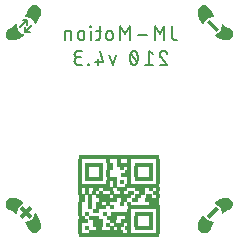
<source format=gbo>
G04 EAGLE Gerber X2 export*
%TF.Part,Single*%
%TF.FileFunction,Legend,Bot,1*%
%TF.FilePolarity,Positive*%
%TF.GenerationSoftware,Autodesk,EAGLE,9.6.2*%
%TF.CreationDate,2022-06-05T05:17:34Z*%
G75*
%MOMM*%
%FSLAX34Y34*%
%LPD*%
%INSilkscreen Bottom*%
%AMOC8*
5,1,8,0,0,1.08239X$1,22.5*%
G01*
%ADD10C,0.203200*%
%ADD11R,6.900000X0.300000*%
%ADD12R,0.300000X0.300000*%
%ADD13R,3.000000X0.300000*%
%ADD14R,0.600000X0.300000*%
%ADD15R,1.500000X0.300000*%
%ADD16R,0.900000X0.300000*%
%ADD17R,1.800000X0.300000*%
%ADD18R,2.700000X0.300000*%
%ADD19R,1.200000X0.300000*%
%ADD20C,0.200000*%

G36*
X70058Y28768D02*
X70058Y28768D01*
X70116Y28780D01*
X70128Y28788D01*
X70134Y28790D01*
X70141Y28798D01*
X70176Y28824D01*
X73176Y31824D01*
X73199Y31866D01*
X73217Y31886D01*
X73219Y31897D01*
X73238Y31927D01*
X73240Y31941D01*
X73243Y31946D01*
X73243Y31957D01*
X73249Y32000D01*
X73249Y36000D01*
X73247Y36009D01*
X73247Y36010D01*
X73247Y36012D01*
X73246Y36014D01*
X73242Y36060D01*
X72242Y40060D01*
X72241Y40061D01*
X72214Y40128D01*
X69214Y45128D01*
X69201Y45140D01*
X69195Y45155D01*
X69151Y45186D01*
X69111Y45223D01*
X69094Y45226D01*
X69081Y45236D01*
X69027Y45238D01*
X68974Y45248D01*
X68958Y45241D01*
X68941Y45242D01*
X68894Y45215D01*
X68844Y45195D01*
X68835Y45181D01*
X68820Y45172D01*
X68777Y45111D01*
X66795Y41148D01*
X64877Y39230D01*
X59951Y38244D01*
X59899Y38217D01*
X59844Y38195D01*
X59838Y38185D01*
X59827Y38180D01*
X59798Y38128D01*
X59764Y38080D01*
X59764Y38069D01*
X59758Y38058D01*
X59761Y37999D01*
X59758Y37941D01*
X59764Y37926D01*
X59764Y37919D01*
X59771Y37910D01*
X59786Y37872D01*
X62781Y32880D01*
X63777Y30889D01*
X63796Y30868D01*
X63807Y30843D01*
X63862Y30793D01*
X66862Y28793D01*
X66896Y28782D01*
X66927Y28762D01*
X66991Y28752D01*
X66995Y28751D01*
X66997Y28751D01*
X67000Y28751D01*
X70000Y28751D01*
X70058Y28768D01*
G37*
G36*
X51009Y191753D02*
X51009Y191753D01*
X51060Y191758D01*
X55060Y192758D01*
X55061Y192759D01*
X55128Y192786D01*
X60128Y195786D01*
X60140Y195799D01*
X60155Y195805D01*
X60186Y195849D01*
X60223Y195889D01*
X60226Y195906D01*
X60236Y195919D01*
X60238Y195973D01*
X60248Y196027D01*
X60241Y196042D01*
X60242Y196059D01*
X60215Y196106D01*
X60195Y196156D01*
X60181Y196165D01*
X60172Y196180D01*
X60111Y196223D01*
X56148Y198205D01*
X54230Y200123D01*
X53244Y205049D01*
X53217Y205101D01*
X53195Y205156D01*
X53185Y205162D01*
X53180Y205173D01*
X53128Y205202D01*
X53080Y205236D01*
X53069Y205237D01*
X53058Y205242D01*
X52999Y205240D01*
X52941Y205242D01*
X52926Y205236D01*
X52919Y205236D01*
X52910Y205230D01*
X52872Y205214D01*
X47880Y202219D01*
X45889Y201223D01*
X45868Y201204D01*
X45843Y201193D01*
X45793Y201138D01*
X43793Y198138D01*
X43782Y198104D01*
X43762Y198074D01*
X43752Y198009D01*
X43751Y198005D01*
X43751Y198003D01*
X43751Y198000D01*
X43751Y195000D01*
X43762Y194960D01*
X43762Y194958D01*
X43765Y194950D01*
X43768Y194942D01*
X43780Y194884D01*
X43788Y194872D01*
X43790Y194866D01*
X43798Y194859D01*
X43818Y194831D01*
X43819Y194830D01*
X43820Y194829D01*
X43824Y194824D01*
X46824Y191824D01*
X46876Y191795D01*
X46927Y191762D01*
X46941Y191760D01*
X46946Y191757D01*
X46957Y191757D01*
X47000Y191751D01*
X51000Y191751D01*
X51009Y191753D01*
G37*
G36*
X227001Y44761D02*
X227001Y44761D01*
X227060Y44758D01*
X227074Y44764D01*
X227081Y44764D01*
X227090Y44771D01*
X227128Y44786D01*
X232120Y47781D01*
X234111Y48777D01*
X234132Y48796D01*
X234157Y48807D01*
X234207Y48862D01*
X236207Y51862D01*
X236211Y51873D01*
X236212Y51874D01*
X236213Y51880D01*
X236218Y51896D01*
X236238Y51927D01*
X236248Y51991D01*
X236249Y51995D01*
X236249Y51997D01*
X236249Y52000D01*
X236249Y55000D01*
X236232Y55058D01*
X236220Y55116D01*
X236212Y55128D01*
X236210Y55134D01*
X236202Y55141D01*
X236176Y55176D01*
X233176Y58176D01*
X233124Y58205D01*
X233074Y58238D01*
X233059Y58240D01*
X233054Y58243D01*
X233043Y58243D01*
X233000Y58249D01*
X229000Y58249D01*
X228992Y58247D01*
X228940Y58242D01*
X224940Y57242D01*
X224939Y57241D01*
X224872Y57214D01*
X219872Y54214D01*
X219860Y54201D01*
X219845Y54195D01*
X219814Y54151D01*
X219777Y54111D01*
X219774Y54094D01*
X219764Y54081D01*
X219762Y54027D01*
X219752Y53974D01*
X219759Y53958D01*
X219758Y53941D01*
X219785Y53894D01*
X219805Y53844D01*
X219819Y53835D01*
X219828Y53820D01*
X219889Y53777D01*
X223852Y51795D01*
X225770Y49877D01*
X226756Y44951D01*
X226783Y44899D01*
X226805Y44844D01*
X226815Y44838D01*
X226820Y44827D01*
X226872Y44798D01*
X226920Y44764D01*
X226931Y44764D01*
X226942Y44758D01*
X227001Y44761D01*
G37*
G36*
X211042Y204759D02*
X211042Y204759D01*
X211059Y204758D01*
X211106Y204785D01*
X211156Y204805D01*
X211165Y204819D01*
X211180Y204828D01*
X211223Y204889D01*
X213205Y208852D01*
X215123Y210770D01*
X220049Y211756D01*
X220101Y211783D01*
X220156Y211805D01*
X220162Y211815D01*
X220173Y211820D01*
X220202Y211872D01*
X220236Y211920D01*
X220237Y211931D01*
X220242Y211942D01*
X220240Y212001D01*
X220242Y212060D01*
X220236Y212074D01*
X220236Y212081D01*
X220230Y212090D01*
X220214Y212128D01*
X217219Y217120D01*
X216223Y219111D01*
X216204Y219132D01*
X216193Y219157D01*
X216138Y219207D01*
X213138Y221207D01*
X213104Y221218D01*
X213074Y221238D01*
X213009Y221248D01*
X213005Y221249D01*
X213003Y221249D01*
X213000Y221249D01*
X210000Y221249D01*
X209942Y221232D01*
X209884Y221220D01*
X209872Y221212D01*
X209866Y221210D01*
X209859Y221202D01*
X209824Y221176D01*
X206824Y218176D01*
X206795Y218124D01*
X206762Y218074D01*
X206760Y218059D01*
X206757Y218054D01*
X206757Y218043D01*
X206751Y218000D01*
X206751Y214000D01*
X206753Y213992D01*
X206758Y213940D01*
X207758Y209940D01*
X207759Y209939D01*
X207786Y209872D01*
X210786Y204872D01*
X210799Y204860D01*
X210805Y204845D01*
X210849Y204814D01*
X210889Y204777D01*
X210906Y204774D01*
X210919Y204764D01*
X210973Y204762D01*
X211027Y204752D01*
X211042Y204759D01*
G37*
G36*
X233058Y191768D02*
X233058Y191768D01*
X233116Y191780D01*
X233128Y191788D01*
X233134Y191790D01*
X233141Y191798D01*
X233176Y191824D01*
X236176Y194824D01*
X236199Y194866D01*
X236217Y194886D01*
X236219Y194897D01*
X236238Y194927D01*
X236240Y194941D01*
X236243Y194946D01*
X236243Y194957D01*
X236249Y195000D01*
X236249Y199000D01*
X236247Y199009D01*
X236247Y199012D01*
X236243Y199021D01*
X236232Y199058D01*
X236220Y199116D01*
X236212Y199128D01*
X236210Y199134D01*
X236202Y199141D01*
X236176Y199176D01*
X233176Y202176D01*
X233158Y202186D01*
X233145Y202203D01*
X233079Y202236D01*
X230110Y203226D01*
X227138Y205207D01*
X227077Y205227D01*
X227016Y205249D01*
X227010Y205248D01*
X227005Y205249D01*
X226943Y205232D01*
X226879Y205218D01*
X226875Y205214D01*
X226870Y205213D01*
X226827Y205165D01*
X226781Y205119D01*
X226778Y205112D01*
X226776Y205109D01*
X226775Y205102D01*
X226756Y205049D01*
X225770Y200123D01*
X223841Y198194D01*
X220862Y196207D01*
X220820Y196157D01*
X220776Y196109D01*
X220775Y196104D01*
X220772Y196100D01*
X220763Y196036D01*
X220752Y195971D01*
X220754Y195967D01*
X220754Y195962D01*
X220781Y195903D01*
X220807Y195843D01*
X220812Y195838D01*
X220813Y195835D01*
X220819Y195831D01*
X220862Y195793D01*
X223862Y193793D01*
X223870Y193790D01*
X223889Y193777D01*
X227889Y191777D01*
X227909Y191773D01*
X227927Y191762D01*
X228000Y191751D01*
X233000Y191751D01*
X233058Y191768D01*
G37*
G36*
X214058Y28768D02*
X214058Y28768D01*
X214116Y28780D01*
X214128Y28788D01*
X214134Y28790D01*
X214141Y28798D01*
X214176Y28824D01*
X217176Y31824D01*
X217186Y31842D01*
X217203Y31855D01*
X217236Y31921D01*
X218226Y34890D01*
X220207Y37862D01*
X220227Y37923D01*
X220249Y37984D01*
X220248Y37990D01*
X220249Y37995D01*
X220232Y38057D01*
X220218Y38121D01*
X220214Y38125D01*
X220213Y38130D01*
X220165Y38173D01*
X220119Y38219D01*
X220112Y38222D01*
X220109Y38224D01*
X220102Y38225D01*
X220049Y38244D01*
X215123Y39230D01*
X213194Y41159D01*
X211207Y44138D01*
X211157Y44180D01*
X211109Y44224D01*
X211104Y44225D01*
X211100Y44228D01*
X211036Y44237D01*
X210971Y44248D01*
X210967Y44246D01*
X210962Y44246D01*
X210903Y44219D01*
X210843Y44193D01*
X210838Y44188D01*
X210835Y44187D01*
X210831Y44181D01*
X210793Y44138D01*
X208793Y41138D01*
X208790Y41130D01*
X208777Y41111D01*
X206777Y37111D01*
X206773Y37091D01*
X206762Y37074D01*
X206751Y37000D01*
X206751Y32000D01*
X206762Y31960D01*
X206762Y31958D01*
X206765Y31950D01*
X206768Y31942D01*
X206780Y31884D01*
X206788Y31872D01*
X206790Y31866D01*
X206798Y31859D01*
X206818Y31831D01*
X206819Y31830D01*
X206820Y31829D01*
X206824Y31824D01*
X209824Y28824D01*
X209876Y28795D01*
X209927Y28762D01*
X209941Y28760D01*
X209946Y28757D01*
X209957Y28757D01*
X210000Y28751D01*
X214000Y28751D01*
X214058Y28768D01*
G37*
G36*
X53057Y44768D02*
X53057Y44768D01*
X53121Y44782D01*
X53125Y44786D01*
X53130Y44787D01*
X53173Y44835D01*
X53219Y44881D01*
X53222Y44888D01*
X53224Y44891D01*
X53225Y44899D01*
X53244Y44951D01*
X54230Y49877D01*
X56159Y51806D01*
X59138Y53793D01*
X59180Y53843D01*
X59224Y53891D01*
X59225Y53896D01*
X59228Y53900D01*
X59237Y53964D01*
X59248Y54029D01*
X59246Y54033D01*
X59246Y54038D01*
X59219Y54097D01*
X59193Y54157D01*
X59188Y54162D01*
X59187Y54165D01*
X59181Y54169D01*
X59138Y54207D01*
X56138Y56207D01*
X56130Y56210D01*
X56111Y56223D01*
X52111Y58223D01*
X52091Y58227D01*
X52074Y58238D01*
X52000Y58249D01*
X47000Y58249D01*
X46942Y58232D01*
X46884Y58220D01*
X46872Y58212D01*
X46866Y58210D01*
X46859Y58202D01*
X46824Y58176D01*
X43824Y55176D01*
X43795Y55124D01*
X43762Y55074D01*
X43760Y55059D01*
X43757Y55054D01*
X43757Y55043D01*
X43751Y55000D01*
X43751Y51000D01*
X43768Y50942D01*
X43780Y50884D01*
X43788Y50872D01*
X43790Y50866D01*
X43798Y50859D01*
X43824Y50824D01*
X46824Y47824D01*
X46842Y47814D01*
X46855Y47797D01*
X46921Y47764D01*
X49890Y46774D01*
X52862Y44793D01*
X52923Y44773D01*
X52984Y44751D01*
X52990Y44752D01*
X52995Y44751D01*
X53057Y44768D01*
G37*
G36*
X69033Y205754D02*
X69033Y205754D01*
X69038Y205754D01*
X69097Y205781D01*
X69157Y205807D01*
X69162Y205812D01*
X69165Y205813D01*
X69169Y205819D01*
X69207Y205862D01*
X71207Y208862D01*
X71210Y208870D01*
X71223Y208889D01*
X73223Y212889D01*
X73227Y212909D01*
X73238Y212927D01*
X73249Y213000D01*
X73249Y218000D01*
X73232Y218058D01*
X73220Y218116D01*
X73212Y218128D01*
X73210Y218134D01*
X73202Y218141D01*
X73176Y218176D01*
X70176Y221176D01*
X70124Y221205D01*
X70074Y221238D01*
X70059Y221240D01*
X70054Y221243D01*
X70043Y221243D01*
X70000Y221249D01*
X66000Y221249D01*
X65942Y221232D01*
X65884Y221220D01*
X65872Y221212D01*
X65866Y221210D01*
X65859Y221202D01*
X65824Y221176D01*
X62824Y218176D01*
X62814Y218158D01*
X62797Y218145D01*
X62764Y218079D01*
X61774Y215110D01*
X59793Y212138D01*
X59773Y212077D01*
X59751Y212016D01*
X59752Y212010D01*
X59751Y212005D01*
X59768Y211943D01*
X59782Y211879D01*
X59786Y211875D01*
X59787Y211870D01*
X59835Y211827D01*
X59881Y211781D01*
X59888Y211778D01*
X59891Y211776D01*
X59899Y211775D01*
X59951Y211756D01*
X64877Y210770D01*
X66806Y208841D01*
X68793Y205862D01*
X68843Y205820D01*
X68891Y205776D01*
X68896Y205775D01*
X68900Y205772D01*
X68964Y205763D01*
X69029Y205752D01*
X69033Y205754D01*
G37*
G36*
X64032Y40762D02*
X64032Y40762D01*
X64086Y40766D01*
X64100Y40776D01*
X64116Y40780D01*
X64176Y40824D01*
X66176Y42824D01*
X66185Y42839D01*
X66198Y42849D01*
X66209Y42876D01*
X66220Y42889D01*
X66223Y42909D01*
X66243Y42946D01*
X66242Y42963D01*
X66248Y42979D01*
X66240Y43021D01*
X66241Y43027D01*
X66237Y43036D01*
X66234Y43086D01*
X66224Y43100D01*
X66220Y43116D01*
X66176Y43176D01*
X63353Y46000D01*
X66176Y48824D01*
X66185Y48839D01*
X66198Y48849D01*
X66218Y48899D01*
X66243Y48946D01*
X66242Y48963D01*
X66248Y48979D01*
X66238Y49032D01*
X66234Y49086D01*
X66224Y49100D01*
X66220Y49116D01*
X66176Y49176D01*
X64176Y51176D01*
X64161Y51185D01*
X64151Y51198D01*
X64101Y51218D01*
X64054Y51243D01*
X64037Y51242D01*
X64021Y51248D01*
X63968Y51238D01*
X63914Y51234D01*
X63900Y51224D01*
X63884Y51220D01*
X63824Y51176D01*
X61000Y48353D01*
X58176Y51176D01*
X58161Y51185D01*
X58151Y51198D01*
X58101Y51218D01*
X58054Y51243D01*
X58037Y51242D01*
X58021Y51248D01*
X57968Y51238D01*
X57914Y51234D01*
X57900Y51224D01*
X57884Y51220D01*
X57824Y51176D01*
X55824Y49176D01*
X55815Y49161D01*
X55802Y49151D01*
X55782Y49101D01*
X55757Y49054D01*
X55758Y49037D01*
X55752Y49021D01*
X55762Y48968D01*
X55766Y48914D01*
X55776Y48900D01*
X55780Y48884D01*
X55824Y48824D01*
X58648Y46000D01*
X55824Y43176D01*
X55815Y43161D01*
X55802Y43151D01*
X55783Y43103D01*
X55780Y43099D01*
X55779Y43095D01*
X55757Y43054D01*
X55758Y43037D01*
X55752Y43021D01*
X55761Y42974D01*
X55759Y42961D01*
X55764Y42950D01*
X55766Y42914D01*
X55776Y42900D01*
X55780Y42884D01*
X55814Y42837D01*
X55816Y42833D01*
X55818Y42831D01*
X55824Y42824D01*
X57824Y40824D01*
X57839Y40815D01*
X57849Y40802D01*
X57899Y40782D01*
X57946Y40757D01*
X57963Y40758D01*
X57979Y40752D01*
X58032Y40762D01*
X58086Y40766D01*
X58100Y40776D01*
X58116Y40780D01*
X58176Y40824D01*
X61000Y43648D01*
X63824Y40824D01*
X63839Y40815D01*
X63849Y40802D01*
X63899Y40782D01*
X63946Y40757D01*
X63963Y40758D01*
X63979Y40752D01*
X64032Y40762D01*
G37*
G36*
X222032Y198762D02*
X222032Y198762D01*
X222086Y198766D01*
X222100Y198776D01*
X222116Y198780D01*
X222176Y198824D01*
X224176Y200824D01*
X224185Y200839D01*
X224198Y200849D01*
X224209Y200876D01*
X224220Y200889D01*
X224223Y200909D01*
X224243Y200946D01*
X224242Y200963D01*
X224248Y200979D01*
X224240Y201021D01*
X224241Y201027D01*
X224237Y201036D01*
X224234Y201086D01*
X224224Y201100D01*
X224220Y201116D01*
X224176Y201176D01*
X216176Y209176D01*
X216161Y209185D01*
X216151Y209198D01*
X216101Y209218D01*
X216054Y209243D01*
X216037Y209242D01*
X216021Y209248D01*
X215968Y209238D01*
X215914Y209234D01*
X215900Y209224D01*
X215884Y209220D01*
X215824Y209176D01*
X213824Y207176D01*
X213815Y207161D01*
X213802Y207151D01*
X213782Y207101D01*
X213757Y207054D01*
X213758Y207037D01*
X213752Y207021D01*
X213762Y206968D01*
X213766Y206914D01*
X213776Y206900D01*
X213780Y206884D01*
X213824Y206824D01*
X221824Y198824D01*
X221839Y198815D01*
X221849Y198802D01*
X221899Y198782D01*
X221946Y198757D01*
X221963Y198758D01*
X221979Y198752D01*
X222032Y198762D01*
G37*
G36*
X216032Y40762D02*
X216032Y40762D01*
X216086Y40766D01*
X216100Y40776D01*
X216116Y40780D01*
X216176Y40824D01*
X224176Y48824D01*
X224185Y48839D01*
X224198Y48849D01*
X224218Y48899D01*
X224243Y48946D01*
X224242Y48963D01*
X224248Y48979D01*
X224238Y49032D01*
X224234Y49086D01*
X224224Y49100D01*
X224220Y49116D01*
X224176Y49176D01*
X222176Y51176D01*
X222161Y51185D01*
X222151Y51198D01*
X222101Y51218D01*
X222054Y51243D01*
X222037Y51242D01*
X222021Y51248D01*
X221968Y51238D01*
X221914Y51234D01*
X221900Y51224D01*
X221884Y51220D01*
X221824Y51176D01*
X213824Y43176D01*
X213815Y43161D01*
X213802Y43151D01*
X213783Y43103D01*
X213780Y43099D01*
X213779Y43095D01*
X213757Y43054D01*
X213758Y43037D01*
X213752Y43021D01*
X213761Y42974D01*
X213759Y42961D01*
X213764Y42950D01*
X213766Y42914D01*
X213776Y42900D01*
X213780Y42884D01*
X213814Y42837D01*
X213816Y42833D01*
X213818Y42831D01*
X213824Y42824D01*
X215824Y40824D01*
X215839Y40815D01*
X215849Y40802D01*
X215899Y40782D01*
X215946Y40757D01*
X215963Y40758D01*
X215979Y40752D01*
X216032Y40762D01*
G37*
D10*
X184892Y203833D02*
X184892Y194547D01*
X184894Y194445D01*
X184900Y194344D01*
X184910Y194243D01*
X184923Y194142D01*
X184941Y194042D01*
X184962Y193943D01*
X184987Y193844D01*
X185016Y193747D01*
X185048Y193650D01*
X185084Y193555D01*
X185124Y193462D01*
X185167Y193370D01*
X185214Y193280D01*
X185265Y193191D01*
X185318Y193105D01*
X185375Y193021D01*
X185435Y192939D01*
X185498Y192859D01*
X185564Y192782D01*
X185633Y192707D01*
X185705Y192635D01*
X185780Y192566D01*
X185857Y192500D01*
X185937Y192437D01*
X186019Y192377D01*
X186103Y192320D01*
X186189Y192267D01*
X186278Y192216D01*
X186368Y192169D01*
X186460Y192126D01*
X186553Y192086D01*
X186648Y192050D01*
X186745Y192018D01*
X186842Y191989D01*
X186941Y191964D01*
X187040Y191943D01*
X187140Y191925D01*
X187241Y191912D01*
X187342Y191902D01*
X187443Y191896D01*
X187545Y191894D01*
X187545Y191895D02*
X188871Y191895D01*
X178010Y191895D02*
X178010Y203833D01*
X174031Y197200D01*
X170051Y203833D01*
X170051Y191895D01*
X163342Y196537D02*
X155383Y196537D01*
X148673Y191895D02*
X148673Y203833D01*
X144694Y197200D01*
X140715Y203833D01*
X140715Y191895D01*
X134355Y194547D02*
X134355Y197200D01*
X134353Y197302D01*
X134347Y197403D01*
X134337Y197504D01*
X134324Y197605D01*
X134306Y197705D01*
X134285Y197804D01*
X134260Y197903D01*
X134231Y198000D01*
X134199Y198097D01*
X134163Y198192D01*
X134123Y198285D01*
X134080Y198377D01*
X134033Y198467D01*
X133982Y198556D01*
X133929Y198642D01*
X133872Y198726D01*
X133812Y198808D01*
X133749Y198888D01*
X133683Y198965D01*
X133614Y199040D01*
X133542Y199112D01*
X133467Y199181D01*
X133390Y199247D01*
X133310Y199310D01*
X133228Y199370D01*
X133144Y199427D01*
X133058Y199480D01*
X132969Y199531D01*
X132879Y199578D01*
X132787Y199621D01*
X132694Y199661D01*
X132599Y199697D01*
X132502Y199729D01*
X132405Y199758D01*
X132306Y199783D01*
X132207Y199804D01*
X132107Y199822D01*
X132006Y199835D01*
X131905Y199845D01*
X131804Y199851D01*
X131702Y199853D01*
X131600Y199851D01*
X131499Y199845D01*
X131398Y199835D01*
X131297Y199822D01*
X131197Y199804D01*
X131098Y199783D01*
X130999Y199758D01*
X130902Y199729D01*
X130805Y199697D01*
X130710Y199661D01*
X130617Y199621D01*
X130525Y199578D01*
X130435Y199531D01*
X130346Y199480D01*
X130260Y199427D01*
X130176Y199370D01*
X130094Y199310D01*
X130014Y199247D01*
X129937Y199181D01*
X129862Y199112D01*
X129790Y199040D01*
X129721Y198965D01*
X129655Y198888D01*
X129592Y198808D01*
X129532Y198726D01*
X129475Y198642D01*
X129422Y198556D01*
X129371Y198467D01*
X129324Y198377D01*
X129281Y198285D01*
X129241Y198192D01*
X129205Y198097D01*
X129173Y198000D01*
X129144Y197903D01*
X129119Y197804D01*
X129098Y197705D01*
X129080Y197605D01*
X129067Y197504D01*
X129057Y197403D01*
X129051Y197302D01*
X129049Y197200D01*
X129049Y194547D01*
X129051Y194445D01*
X129057Y194344D01*
X129067Y194243D01*
X129080Y194142D01*
X129098Y194042D01*
X129119Y193943D01*
X129144Y193844D01*
X129173Y193747D01*
X129205Y193650D01*
X129241Y193555D01*
X129281Y193462D01*
X129324Y193370D01*
X129371Y193280D01*
X129422Y193191D01*
X129475Y193105D01*
X129532Y193021D01*
X129592Y192939D01*
X129655Y192859D01*
X129721Y192782D01*
X129790Y192707D01*
X129862Y192635D01*
X129937Y192566D01*
X130014Y192500D01*
X130094Y192437D01*
X130176Y192377D01*
X130260Y192320D01*
X130346Y192267D01*
X130435Y192216D01*
X130525Y192169D01*
X130617Y192126D01*
X130710Y192086D01*
X130805Y192050D01*
X130902Y192018D01*
X130999Y191989D01*
X131098Y191964D01*
X131197Y191943D01*
X131297Y191925D01*
X131398Y191912D01*
X131499Y191902D01*
X131600Y191896D01*
X131702Y191894D01*
X131804Y191896D01*
X131905Y191902D01*
X132006Y191912D01*
X132107Y191925D01*
X132207Y191943D01*
X132306Y191964D01*
X132405Y191989D01*
X132502Y192018D01*
X132599Y192050D01*
X132694Y192086D01*
X132787Y192126D01*
X132879Y192169D01*
X132969Y192216D01*
X133058Y192267D01*
X133144Y192320D01*
X133228Y192377D01*
X133310Y192437D01*
X133390Y192500D01*
X133467Y192566D01*
X133542Y192635D01*
X133614Y192707D01*
X133683Y192782D01*
X133749Y192859D01*
X133812Y192939D01*
X133872Y193021D01*
X133929Y193105D01*
X133982Y193191D01*
X134033Y193280D01*
X134080Y193370D01*
X134123Y193462D01*
X134163Y193555D01*
X134199Y193650D01*
X134231Y193747D01*
X134260Y193844D01*
X134285Y193943D01*
X134306Y194042D01*
X134324Y194142D01*
X134337Y194243D01*
X134347Y194344D01*
X134353Y194445D01*
X134355Y194547D01*
X124615Y199853D02*
X120635Y199853D01*
X123288Y203833D02*
X123288Y193884D01*
X123286Y193797D01*
X123280Y193711D01*
X123271Y193624D01*
X123258Y193538D01*
X123241Y193453D01*
X123220Y193369D01*
X123196Y193286D01*
X123168Y193203D01*
X123137Y193122D01*
X123102Y193043D01*
X123063Y192965D01*
X123021Y192889D01*
X122976Y192815D01*
X122928Y192743D01*
X122877Y192673D01*
X122822Y192605D01*
X122765Y192540D01*
X122705Y192477D01*
X122642Y192417D01*
X122577Y192360D01*
X122509Y192305D01*
X122439Y192254D01*
X122367Y192206D01*
X122293Y192161D01*
X122217Y192119D01*
X122139Y192080D01*
X122060Y192045D01*
X121979Y192014D01*
X121896Y191986D01*
X121813Y191962D01*
X121729Y191941D01*
X121644Y191924D01*
X121558Y191911D01*
X121471Y191902D01*
X121385Y191896D01*
X121298Y191894D01*
X121298Y191895D02*
X120635Y191895D01*
X115776Y191895D02*
X115776Y199853D01*
X116108Y203169D02*
X116108Y203833D01*
X115445Y203833D01*
X115445Y203169D01*
X116108Y203169D01*
X110466Y197200D02*
X110466Y194547D01*
X110466Y197200D02*
X110464Y197302D01*
X110458Y197403D01*
X110448Y197504D01*
X110435Y197605D01*
X110417Y197705D01*
X110396Y197804D01*
X110371Y197903D01*
X110342Y198000D01*
X110310Y198097D01*
X110274Y198192D01*
X110234Y198285D01*
X110191Y198377D01*
X110144Y198467D01*
X110093Y198556D01*
X110040Y198642D01*
X109983Y198726D01*
X109923Y198808D01*
X109860Y198888D01*
X109794Y198965D01*
X109725Y199040D01*
X109653Y199112D01*
X109578Y199181D01*
X109501Y199247D01*
X109421Y199310D01*
X109339Y199370D01*
X109255Y199427D01*
X109169Y199480D01*
X109080Y199531D01*
X108990Y199578D01*
X108898Y199621D01*
X108805Y199661D01*
X108710Y199697D01*
X108613Y199729D01*
X108516Y199758D01*
X108417Y199783D01*
X108318Y199804D01*
X108218Y199822D01*
X108117Y199835D01*
X108016Y199845D01*
X107915Y199851D01*
X107813Y199853D01*
X107711Y199851D01*
X107610Y199845D01*
X107509Y199835D01*
X107408Y199822D01*
X107308Y199804D01*
X107209Y199783D01*
X107110Y199758D01*
X107013Y199729D01*
X106916Y199697D01*
X106821Y199661D01*
X106728Y199621D01*
X106636Y199578D01*
X106546Y199531D01*
X106457Y199480D01*
X106371Y199427D01*
X106287Y199370D01*
X106205Y199310D01*
X106125Y199247D01*
X106048Y199181D01*
X105973Y199112D01*
X105901Y199040D01*
X105832Y198965D01*
X105766Y198888D01*
X105703Y198808D01*
X105643Y198726D01*
X105586Y198642D01*
X105533Y198556D01*
X105482Y198467D01*
X105435Y198377D01*
X105392Y198285D01*
X105352Y198192D01*
X105316Y198097D01*
X105284Y198000D01*
X105255Y197903D01*
X105230Y197804D01*
X105209Y197705D01*
X105191Y197605D01*
X105178Y197504D01*
X105168Y197403D01*
X105162Y197302D01*
X105160Y197200D01*
X105160Y194547D01*
X105162Y194445D01*
X105168Y194344D01*
X105178Y194243D01*
X105191Y194142D01*
X105209Y194042D01*
X105230Y193943D01*
X105255Y193844D01*
X105284Y193747D01*
X105316Y193650D01*
X105352Y193555D01*
X105392Y193462D01*
X105435Y193370D01*
X105482Y193280D01*
X105533Y193191D01*
X105586Y193105D01*
X105643Y193021D01*
X105703Y192939D01*
X105766Y192859D01*
X105832Y192782D01*
X105901Y192707D01*
X105973Y192635D01*
X106048Y192566D01*
X106125Y192500D01*
X106205Y192437D01*
X106287Y192377D01*
X106371Y192320D01*
X106457Y192267D01*
X106546Y192216D01*
X106636Y192169D01*
X106728Y192126D01*
X106821Y192086D01*
X106916Y192050D01*
X107013Y192018D01*
X107110Y191989D01*
X107209Y191964D01*
X107308Y191943D01*
X107408Y191925D01*
X107509Y191912D01*
X107610Y191902D01*
X107711Y191896D01*
X107813Y191894D01*
X107915Y191896D01*
X108016Y191902D01*
X108117Y191912D01*
X108218Y191925D01*
X108318Y191943D01*
X108417Y191964D01*
X108516Y191989D01*
X108613Y192018D01*
X108710Y192050D01*
X108805Y192086D01*
X108898Y192126D01*
X108990Y192169D01*
X109080Y192216D01*
X109169Y192267D01*
X109255Y192320D01*
X109339Y192377D01*
X109421Y192437D01*
X109501Y192500D01*
X109578Y192566D01*
X109653Y192635D01*
X109725Y192707D01*
X109794Y192782D01*
X109860Y192859D01*
X109923Y192939D01*
X109983Y193021D01*
X110040Y193105D01*
X110093Y193191D01*
X110144Y193280D01*
X110191Y193370D01*
X110234Y193462D01*
X110274Y193555D01*
X110310Y193650D01*
X110342Y193747D01*
X110371Y193844D01*
X110396Y193943D01*
X110417Y194042D01*
X110435Y194142D01*
X110448Y194243D01*
X110458Y194344D01*
X110464Y194445D01*
X110466Y194547D01*
X99150Y191895D02*
X99150Y199853D01*
X95834Y199853D01*
X95747Y199851D01*
X95661Y199845D01*
X95574Y199836D01*
X95488Y199823D01*
X95403Y199806D01*
X95319Y199785D01*
X95236Y199761D01*
X95153Y199733D01*
X95072Y199702D01*
X94993Y199667D01*
X94915Y199628D01*
X94839Y199586D01*
X94765Y199541D01*
X94693Y199493D01*
X94623Y199442D01*
X94555Y199387D01*
X94490Y199330D01*
X94427Y199270D01*
X94367Y199207D01*
X94310Y199142D01*
X94255Y199074D01*
X94204Y199004D01*
X94156Y198932D01*
X94111Y198858D01*
X94069Y198782D01*
X94030Y198704D01*
X93995Y198625D01*
X93964Y198544D01*
X93936Y198461D01*
X93912Y198378D01*
X93891Y198294D01*
X93874Y198209D01*
X93861Y198123D01*
X93852Y198036D01*
X93846Y197950D01*
X93844Y197863D01*
X93845Y197864D02*
X93845Y191895D01*
X174084Y179893D02*
X174086Y180000D01*
X174092Y180106D01*
X174101Y180212D01*
X174114Y180318D01*
X174131Y180423D01*
X174152Y180528D01*
X174177Y180631D01*
X174205Y180734D01*
X174237Y180836D01*
X174272Y180936D01*
X174311Y181035D01*
X174354Y181133D01*
X174400Y181229D01*
X174449Y181324D01*
X174502Y181416D01*
X174558Y181507D01*
X174617Y181595D01*
X174679Y181682D01*
X174745Y181766D01*
X174813Y181848D01*
X174884Y181927D01*
X174958Y182004D01*
X175035Y182078D01*
X175114Y182149D01*
X175196Y182217D01*
X175280Y182283D01*
X175367Y182345D01*
X175455Y182404D01*
X175546Y182460D01*
X175638Y182513D01*
X175733Y182562D01*
X175829Y182608D01*
X175927Y182651D01*
X176026Y182690D01*
X176126Y182725D01*
X176228Y182757D01*
X176331Y182785D01*
X176434Y182810D01*
X176539Y182831D01*
X176644Y182848D01*
X176750Y182861D01*
X176856Y182870D01*
X176962Y182876D01*
X177069Y182878D01*
X177069Y182877D02*
X177190Y182875D01*
X177310Y182869D01*
X177430Y182860D01*
X177550Y182847D01*
X177669Y182830D01*
X177788Y182809D01*
X177906Y182785D01*
X178023Y182756D01*
X178139Y182725D01*
X178255Y182689D01*
X178369Y182650D01*
X178481Y182607D01*
X178593Y182561D01*
X178703Y182512D01*
X178811Y182458D01*
X178917Y182402D01*
X179022Y182342D01*
X179125Y182279D01*
X179225Y182213D01*
X179324Y182144D01*
X179420Y182071D01*
X179514Y181996D01*
X179606Y181918D01*
X179695Y181836D01*
X179782Y181752D01*
X179866Y181666D01*
X179947Y181577D01*
X180025Y181485D01*
X180100Y181391D01*
X180172Y181294D01*
X180242Y181196D01*
X180308Y181095D01*
X180371Y180992D01*
X180430Y180887D01*
X180487Y180781D01*
X180540Y180672D01*
X180589Y180563D01*
X180635Y180451D01*
X180678Y180338D01*
X180716Y180224D01*
X175079Y177571D02*
X174999Y177651D01*
X174921Y177733D01*
X174847Y177817D01*
X174775Y177905D01*
X174707Y177995D01*
X174641Y178087D01*
X174579Y178181D01*
X174521Y178277D01*
X174466Y178376D01*
X174414Y178476D01*
X174366Y178578D01*
X174321Y178682D01*
X174281Y178787D01*
X174244Y178894D01*
X174210Y179002D01*
X174181Y179111D01*
X174155Y179221D01*
X174134Y179332D01*
X174116Y179443D01*
X174102Y179555D01*
X174092Y179667D01*
X174086Y179780D01*
X174084Y179893D01*
X175079Y177572D02*
X180717Y170940D01*
X174084Y170940D01*
X168144Y180225D02*
X164828Y182878D01*
X164828Y170940D01*
X168144Y170940D02*
X161511Y170940D01*
X155571Y176909D02*
X155568Y177144D01*
X155560Y177379D01*
X155546Y177613D01*
X155526Y177847D01*
X155501Y178081D01*
X155470Y178313D01*
X155434Y178545D01*
X155392Y178777D01*
X155345Y179007D01*
X155292Y179235D01*
X155234Y179463D01*
X155170Y179689D01*
X155101Y179913D01*
X155027Y180136D01*
X154947Y180357D01*
X154862Y180576D01*
X154772Y180793D01*
X154677Y181008D01*
X154576Y181220D01*
X154543Y181312D01*
X154505Y181403D01*
X154464Y181492D01*
X154420Y181580D01*
X154372Y181665D01*
X154321Y181749D01*
X154266Y181831D01*
X154208Y181910D01*
X154147Y181987D01*
X154083Y182061D01*
X154016Y182133D01*
X153946Y182202D01*
X153874Y182268D01*
X153799Y182332D01*
X153721Y182392D01*
X153641Y182449D01*
X153559Y182503D01*
X153475Y182553D01*
X153389Y182600D01*
X153301Y182644D01*
X153211Y182684D01*
X153120Y182721D01*
X153027Y182753D01*
X152933Y182782D01*
X152839Y182808D01*
X152743Y182829D01*
X152646Y182847D01*
X152549Y182860D01*
X152451Y182870D01*
X152353Y182876D01*
X152255Y182878D01*
X152157Y182876D01*
X152059Y182870D01*
X151961Y182860D01*
X151864Y182847D01*
X151767Y182829D01*
X151671Y182808D01*
X151577Y182782D01*
X151483Y182753D01*
X151390Y182721D01*
X151299Y182684D01*
X151209Y182644D01*
X151121Y182600D01*
X151035Y182553D01*
X150951Y182503D01*
X150869Y182449D01*
X150789Y182392D01*
X150711Y182332D01*
X150636Y182268D01*
X150564Y182202D01*
X150494Y182133D01*
X150427Y182061D01*
X150363Y181987D01*
X150302Y181910D01*
X150244Y181831D01*
X150189Y181749D01*
X150138Y181665D01*
X150090Y181580D01*
X150046Y181492D01*
X150005Y181403D01*
X149967Y181312D01*
X149934Y181220D01*
X149933Y181220D02*
X149832Y181008D01*
X149737Y180793D01*
X149647Y180576D01*
X149562Y180357D01*
X149482Y180136D01*
X149408Y179914D01*
X149339Y179689D01*
X149275Y179463D01*
X149217Y179235D01*
X149164Y179007D01*
X149117Y178777D01*
X149075Y178545D01*
X149039Y178313D01*
X149008Y178081D01*
X148983Y177847D01*
X148963Y177613D01*
X148949Y177379D01*
X148941Y177144D01*
X148938Y176909D01*
X155571Y176909D02*
X155568Y176674D01*
X155560Y176439D01*
X155546Y176205D01*
X155526Y175971D01*
X155501Y175737D01*
X155470Y175505D01*
X155434Y175273D01*
X155392Y175042D01*
X155345Y174811D01*
X155292Y174583D01*
X155234Y174355D01*
X155170Y174129D01*
X155101Y173905D01*
X155027Y173682D01*
X154947Y173461D01*
X154862Y173242D01*
X154772Y173025D01*
X154677Y172810D01*
X154576Y172598D01*
X154576Y172597D02*
X154543Y172505D01*
X154505Y172414D01*
X154464Y172325D01*
X154420Y172237D01*
X154372Y172152D01*
X154321Y172068D01*
X154266Y171986D01*
X154208Y171907D01*
X154147Y171830D01*
X154083Y171756D01*
X154016Y171684D01*
X153946Y171615D01*
X153874Y171549D01*
X153799Y171485D01*
X153721Y171425D01*
X153641Y171368D01*
X153559Y171314D01*
X153475Y171264D01*
X153389Y171217D01*
X153301Y171173D01*
X153211Y171133D01*
X153120Y171096D01*
X153027Y171064D01*
X152933Y171035D01*
X152839Y171009D01*
X152743Y170988D01*
X152646Y170970D01*
X152549Y170957D01*
X152451Y170947D01*
X152353Y170941D01*
X152255Y170939D01*
X149933Y172598D02*
X149832Y172810D01*
X149737Y173025D01*
X149647Y173242D01*
X149562Y173461D01*
X149482Y173682D01*
X149408Y173905D01*
X149339Y174129D01*
X149275Y174355D01*
X149217Y174583D01*
X149164Y174811D01*
X149117Y175041D01*
X149075Y175273D01*
X149039Y175505D01*
X149008Y175737D01*
X148983Y175971D01*
X148963Y176205D01*
X148949Y176439D01*
X148941Y176674D01*
X148938Y176909D01*
X149934Y172597D02*
X149967Y172505D01*
X150005Y172414D01*
X150046Y172325D01*
X150090Y172237D01*
X150138Y172152D01*
X150190Y172068D01*
X150244Y171986D01*
X150302Y171907D01*
X150363Y171830D01*
X150427Y171756D01*
X150494Y171684D01*
X150564Y171615D01*
X150636Y171549D01*
X150711Y171485D01*
X150789Y171425D01*
X150869Y171368D01*
X150951Y171314D01*
X151035Y171264D01*
X151121Y171217D01*
X151209Y171173D01*
X151299Y171133D01*
X151390Y171096D01*
X151483Y171064D01*
X151577Y171035D01*
X151671Y171009D01*
X151767Y170988D01*
X151864Y170970D01*
X151961Y170957D01*
X152059Y170947D01*
X152157Y170941D01*
X152255Y170939D01*
X154907Y173592D02*
X149602Y180225D01*
X136886Y178898D02*
X134233Y170940D01*
X131580Y178898D01*
X126234Y173592D02*
X123581Y182878D01*
X126234Y173592D02*
X119602Y173592D01*
X121591Y176245D02*
X121591Y170940D01*
X114448Y170940D02*
X114448Y171603D01*
X113785Y171603D01*
X113785Y170940D01*
X114448Y170940D01*
X108632Y170940D02*
X105316Y170940D01*
X105202Y170942D01*
X105087Y170948D01*
X104973Y170958D01*
X104860Y170972D01*
X104746Y170989D01*
X104634Y171011D01*
X104522Y171036D01*
X104412Y171066D01*
X104302Y171099D01*
X104194Y171136D01*
X104087Y171176D01*
X103981Y171221D01*
X103877Y171268D01*
X103775Y171320D01*
X103675Y171375D01*
X103576Y171433D01*
X103480Y171495D01*
X103385Y171560D01*
X103294Y171628D01*
X103204Y171700D01*
X103117Y171774D01*
X103033Y171851D01*
X102951Y171932D01*
X102872Y172015D01*
X102796Y172100D01*
X102723Y172189D01*
X102654Y172279D01*
X102587Y172372D01*
X102524Y172468D01*
X102464Y172565D01*
X102407Y172665D01*
X102354Y172766D01*
X102304Y172869D01*
X102258Y172974D01*
X102215Y173080D01*
X102177Y173188D01*
X102142Y173297D01*
X102111Y173407D01*
X102083Y173518D01*
X102060Y173630D01*
X102040Y173743D01*
X102024Y173856D01*
X102012Y173970D01*
X102004Y174084D01*
X102000Y174199D01*
X102000Y174313D01*
X102004Y174428D01*
X102012Y174542D01*
X102024Y174656D01*
X102040Y174769D01*
X102060Y174882D01*
X102083Y174994D01*
X102111Y175105D01*
X102142Y175215D01*
X102177Y175324D01*
X102215Y175432D01*
X102258Y175538D01*
X102304Y175643D01*
X102354Y175746D01*
X102407Y175847D01*
X102464Y175947D01*
X102524Y176044D01*
X102587Y176140D01*
X102654Y176233D01*
X102723Y176323D01*
X102796Y176412D01*
X102872Y176497D01*
X102951Y176580D01*
X103033Y176661D01*
X103117Y176738D01*
X103204Y176812D01*
X103294Y176884D01*
X103385Y176952D01*
X103480Y177017D01*
X103576Y177079D01*
X103675Y177137D01*
X103775Y177192D01*
X103877Y177244D01*
X103981Y177291D01*
X104087Y177336D01*
X104194Y177376D01*
X104302Y177413D01*
X104412Y177446D01*
X104522Y177476D01*
X104634Y177501D01*
X104746Y177523D01*
X104860Y177540D01*
X104973Y177554D01*
X105087Y177564D01*
X105202Y177570D01*
X105316Y177572D01*
X104652Y182878D02*
X108632Y182878D01*
X104652Y182878D02*
X104550Y182876D01*
X104449Y182870D01*
X104348Y182860D01*
X104247Y182847D01*
X104147Y182829D01*
X104048Y182808D01*
X103949Y182783D01*
X103852Y182754D01*
X103755Y182722D01*
X103660Y182686D01*
X103567Y182646D01*
X103475Y182603D01*
X103385Y182556D01*
X103296Y182505D01*
X103210Y182452D01*
X103126Y182395D01*
X103044Y182335D01*
X102964Y182272D01*
X102887Y182206D01*
X102812Y182137D01*
X102740Y182065D01*
X102671Y181990D01*
X102605Y181913D01*
X102542Y181833D01*
X102482Y181751D01*
X102425Y181667D01*
X102372Y181581D01*
X102321Y181492D01*
X102274Y181402D01*
X102231Y181310D01*
X102191Y181217D01*
X102155Y181122D01*
X102123Y181025D01*
X102094Y180928D01*
X102069Y180829D01*
X102048Y180730D01*
X102030Y180630D01*
X102017Y180529D01*
X102007Y180428D01*
X102001Y180327D01*
X101999Y180225D01*
X102001Y180123D01*
X102007Y180022D01*
X102017Y179921D01*
X102030Y179820D01*
X102048Y179720D01*
X102069Y179621D01*
X102094Y179522D01*
X102123Y179425D01*
X102155Y179328D01*
X102191Y179233D01*
X102231Y179140D01*
X102274Y179048D01*
X102321Y178958D01*
X102372Y178869D01*
X102425Y178783D01*
X102482Y178699D01*
X102542Y178617D01*
X102605Y178537D01*
X102671Y178460D01*
X102740Y178385D01*
X102812Y178313D01*
X102887Y178244D01*
X102964Y178178D01*
X103044Y178115D01*
X103126Y178055D01*
X103210Y177998D01*
X103296Y177945D01*
X103385Y177894D01*
X103475Y177847D01*
X103567Y177804D01*
X103660Y177764D01*
X103755Y177728D01*
X103852Y177696D01*
X103949Y177667D01*
X104048Y177642D01*
X104147Y177621D01*
X104247Y177603D01*
X104348Y177590D01*
X104449Y177580D01*
X104550Y177574D01*
X104652Y177572D01*
X107305Y177572D01*
D11*
X139500Y26500D03*
D12*
X106500Y29500D03*
D13*
X129000Y29500D03*
D12*
X148500Y29500D03*
X172500Y29500D03*
X106500Y32500D03*
X112500Y32500D03*
D14*
X123000Y32500D03*
D12*
X133500Y32500D03*
X139500Y32500D03*
D14*
X147000Y32500D03*
D15*
X160500Y32500D03*
D12*
X172500Y32500D03*
X106500Y35500D03*
D16*
X121500Y35500D03*
D12*
X130500Y35500D03*
D16*
X139500Y35500D03*
D12*
X148500Y35500D03*
X154500Y35500D03*
X166500Y35500D03*
X172500Y35500D03*
D16*
X109500Y38500D03*
X121500Y38500D03*
D14*
X135000Y38500D03*
D16*
X145500Y38500D03*
D12*
X154500Y38500D03*
X166500Y38500D03*
X172500Y38500D03*
D14*
X108000Y41500D03*
D16*
X118500Y41500D03*
X133500Y41500D03*
D14*
X147000Y41500D03*
D12*
X154500Y41500D03*
X166500Y41500D03*
X172500Y41500D03*
X106500Y44500D03*
X112500Y44500D03*
X127500Y44500D03*
D17*
X141000Y44500D03*
D15*
X160500Y44500D03*
D12*
X172500Y44500D03*
X106500Y47500D03*
D14*
X120000Y47500D03*
D12*
X148500Y47500D03*
X172500Y47500D03*
X106500Y50500D03*
X115500Y50500D03*
D16*
X124500Y50500D03*
D12*
X133500Y50500D03*
D18*
X160500Y50500D03*
D12*
X106500Y53500D03*
X115500Y53500D03*
D14*
X123000Y53500D03*
D12*
X130500Y53500D03*
X142500Y53500D03*
X148500Y53500D03*
D16*
X169500Y53500D03*
D14*
X108000Y56500D03*
D12*
X115500Y56500D03*
D15*
X130500Y56500D03*
D14*
X144000Y56500D03*
X153000Y56500D03*
D19*
X168000Y56500D03*
D14*
X108000Y59500D03*
D12*
X115500Y59500D03*
D19*
X126000Y59500D03*
D15*
X142500Y59500D03*
D14*
X156000Y59500D03*
X165000Y59500D03*
D12*
X172500Y59500D03*
X106500Y62500D03*
X112500Y62500D03*
X118500Y62500D03*
X124500Y62500D03*
X133500Y62500D03*
X142500Y62500D03*
D14*
X150000Y62500D03*
X159000Y62500D03*
X171000Y62500D03*
D12*
X106500Y65500D03*
X112500Y65500D03*
D14*
X120000Y65500D03*
D16*
X130500Y65500D03*
X142500Y65500D03*
X157500Y65500D03*
D12*
X166500Y65500D03*
X172500Y65500D03*
D18*
X118500Y68500D03*
D12*
X136500Y68500D03*
D13*
X159000Y68500D03*
D12*
X106500Y71500D03*
X130500Y71500D03*
X136500Y71500D03*
X142500Y71500D03*
X148500Y71500D03*
X172500Y71500D03*
X106500Y74500D03*
D15*
X118500Y74500D03*
D16*
X133500Y74500D03*
D12*
X148500Y74500D03*
D15*
X160500Y74500D03*
D12*
X172500Y74500D03*
X106500Y77500D03*
X112500Y77500D03*
X124500Y77500D03*
X130500Y77500D03*
D16*
X145500Y77500D03*
D12*
X154500Y77500D03*
X166500Y77500D03*
X172500Y77500D03*
X106500Y80500D03*
X112500Y80500D03*
X124500Y80500D03*
X130500Y80500D03*
D14*
X147000Y80500D03*
D12*
X154500Y80500D03*
X166500Y80500D03*
X172500Y80500D03*
X106500Y83500D03*
X112500Y83500D03*
X124500Y83500D03*
D14*
X132000Y83500D03*
D12*
X142500Y83500D03*
X148500Y83500D03*
X154500Y83500D03*
X166500Y83500D03*
X172500Y83500D03*
X106500Y86500D03*
D15*
X118500Y86500D03*
D14*
X132000Y86500D03*
D19*
X144000Y86500D03*
D15*
X160500Y86500D03*
D12*
X172500Y86500D03*
X106500Y89500D03*
X130500Y89500D03*
X139500Y89500D03*
X148500Y89500D03*
X172500Y89500D03*
D11*
X139500Y92500D03*
D20*
X60000Y199000D02*
X66000Y205000D01*
X64000Y199000D02*
X60000Y199000D01*
X60000Y203000D01*
X56000Y203000D02*
X62000Y209000D01*
X58000Y209000D01*
X62000Y209000D02*
X62000Y205000D01*
M02*

</source>
